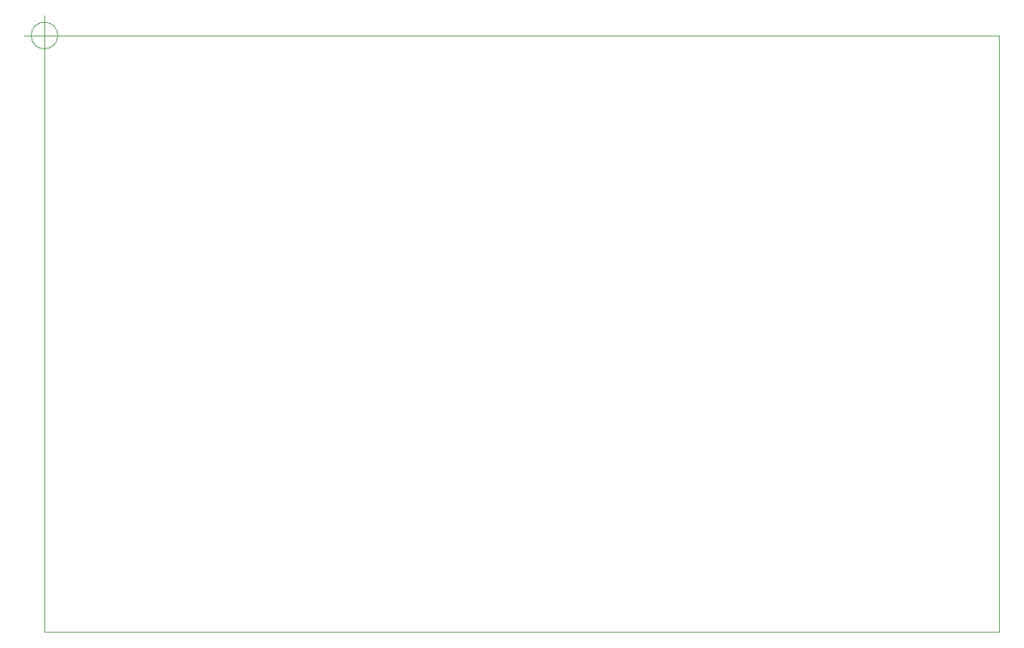
<source format=gm1>
G04 #@! TF.GenerationSoftware,KiCad,Pcbnew,5.1.9*
G04 #@! TF.CreationDate,2021-04-12T04:15:31-03:00*
G04 #@! TF.ProjectId,Switches,53776974-6368-4657-932e-6b696361645f,rev?*
G04 #@! TF.SameCoordinates,Original*
G04 #@! TF.FileFunction,Profile,NP*
%FSLAX46Y46*%
G04 Gerber Fmt 4.6, Leading zero omitted, Abs format (unit mm)*
G04 Created by KiCad (PCBNEW 5.1.9) date 2021-04-12 04:15:31*
%MOMM*%
%LPD*%
G01*
G04 APERTURE LIST*
G04 #@! TA.AperFunction,Profile*
%ADD10C,0.050000*%
G04 #@! TD*
G04 #@! TA.AperFunction,Profile*
%ADD11C,0.100000*%
G04 #@! TD*
G04 APERTURE END LIST*
D10*
X103916666Y-63550000D02*
G75*
G03*
X103916666Y-63550000I-1666666J0D01*
G01*
X99750000Y-63550000D02*
X104750000Y-63550000D01*
X102250000Y-61050000D02*
X102250000Y-66050000D01*
D11*
X222250000Y-63550000D02*
X222250000Y-138550000D01*
X102250000Y-63550000D02*
X222250000Y-63550000D01*
X102250000Y-138550000D02*
X102250000Y-63550000D01*
X222250000Y-138550000D02*
X102250000Y-138550000D01*
M02*

</source>
